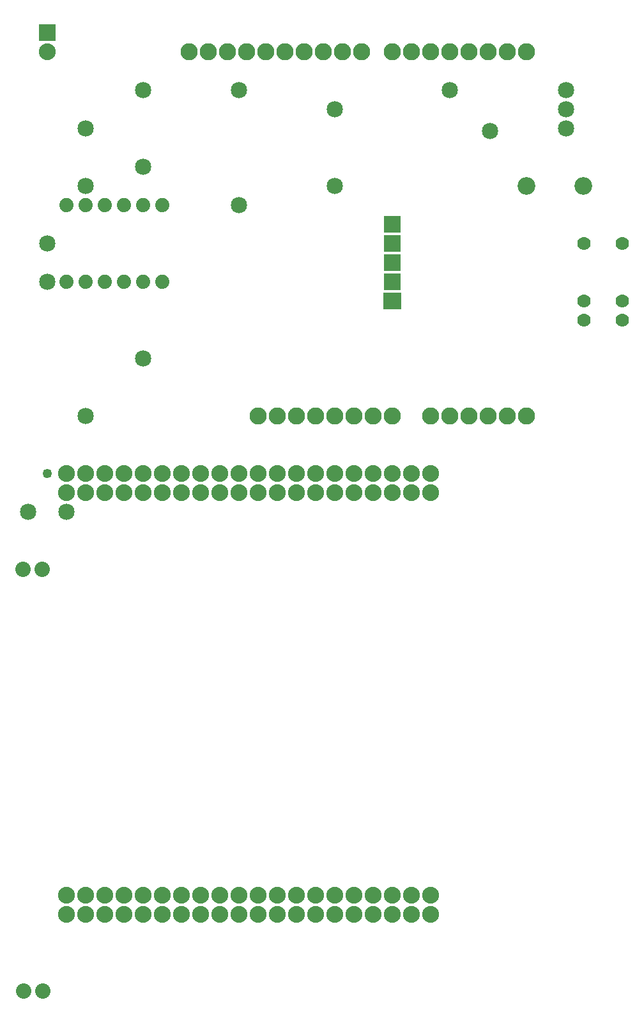
<source format=gts>
G04 MADE WITH FRITZING*
G04 WWW.FRITZING.ORG*
G04 DOUBLE SIDED*
G04 HOLES PLATED*
G04 CONTOUR ON CENTER OF CONTOUR VECTOR*
%ASAXBY*%
%FSLAX23Y23*%
%MOIN*%
%OFA0B0*%
%SFA1.0B1.0*%
%ADD10C,0.085000*%
%ADD11C,0.049370*%
%ADD12C,0.080000*%
%ADD13C,0.088000*%
%ADD14C,0.089370*%
%ADD15C,0.092000*%
%ADD16C,0.084000*%
%ADD17C,0.070000*%
%ADD18C,0.074000*%
%ADD19R,0.088000X0.088000*%
%ADD20R,0.083028X0.081501*%
%ADD21R,0.081756X0.084809*%
%ADD22R,0.083028X0.079550*%
%ADD23R,0.081501X0.081077*%
%ADD24R,0.081756X0.081756*%
%ADD25R,0.010028X0.010028*%
%ADD26R,0.092469X0.089707*%
%ADD27R,0.090184X0.090286*%
%ADD28R,0.088917X0.088056*%
%ADD29R,0.090000X0.090000*%
%ADD30R,0.090184X0.090012*%
%ADD31C,0.030000*%
%LNMASK1*%
G90*
G70*
G54D10*
X212Y5492D03*
X212Y5292D03*
X712Y4892D03*
X412Y4592D03*
X412Y6092D03*
X412Y5792D03*
X2312Y6292D03*
X2524Y6080D03*
X1212Y6292D03*
X1212Y5692D03*
X1712Y6192D03*
X1712Y5792D03*
X712Y6292D03*
X712Y5892D03*
X112Y4092D03*
X312Y4092D03*
G54D11*
X212Y4292D03*
G54D12*
X86Y3793D03*
X186Y3793D03*
X86Y3793D03*
X186Y3793D03*
G54D13*
X2212Y1992D03*
X2112Y1992D03*
X2012Y1992D03*
X1912Y1992D03*
X1812Y1992D03*
X1712Y1992D03*
X1612Y1992D03*
X1512Y1992D03*
X1412Y1992D03*
X1312Y1992D03*
X1212Y1992D03*
X1112Y1992D03*
X1012Y1992D03*
X912Y1992D03*
X812Y1992D03*
X712Y1992D03*
X612Y1992D03*
X512Y1992D03*
X412Y1992D03*
X312Y1992D03*
X2212Y1992D03*
X2112Y1992D03*
X2012Y1992D03*
X1912Y1992D03*
X1812Y1992D03*
X1712Y1992D03*
X1612Y1992D03*
X1512Y1992D03*
X1412Y1992D03*
X1312Y1992D03*
X1212Y1992D03*
X1112Y1992D03*
X1012Y1992D03*
X912Y1992D03*
X812Y1992D03*
X712Y1992D03*
X612Y1992D03*
X512Y1992D03*
X412Y1992D03*
X312Y1992D03*
X312Y2092D03*
X412Y2092D03*
X512Y2092D03*
X612Y2092D03*
X712Y2092D03*
X812Y2092D03*
X912Y2092D03*
X1012Y2092D03*
X1112Y2092D03*
X1212Y2092D03*
X1312Y2092D03*
X1412Y2092D03*
X1512Y2092D03*
X1612Y2092D03*
X1712Y2092D03*
X1812Y2092D03*
X1912Y2092D03*
X2012Y2092D03*
X2112Y2092D03*
X2212Y2092D03*
X2212Y1992D03*
X2112Y1992D03*
X2012Y1992D03*
X1912Y1992D03*
X1812Y1992D03*
X1712Y1992D03*
X1612Y1992D03*
X1512Y1992D03*
X1412Y1992D03*
X1312Y1992D03*
X1212Y1992D03*
X1112Y1992D03*
X1012Y1992D03*
X912Y1992D03*
X812Y1992D03*
X712Y1992D03*
X612Y1992D03*
X512Y1992D03*
X412Y1992D03*
X312Y1992D03*
X2212Y1992D03*
X2112Y1992D03*
X2012Y1992D03*
X1912Y1992D03*
X1812Y1992D03*
X1712Y1992D03*
X1612Y1992D03*
X1512Y1992D03*
X1412Y1992D03*
X1312Y1992D03*
X1212Y1992D03*
X1112Y1992D03*
X1012Y1992D03*
X912Y1992D03*
X812Y1992D03*
X712Y1992D03*
X612Y1992D03*
X512Y1992D03*
X412Y1992D03*
X312Y1992D03*
X312Y2092D03*
X412Y2092D03*
X512Y2092D03*
X612Y2092D03*
X712Y2092D03*
X812Y2092D03*
X912Y2092D03*
X1012Y2092D03*
X1112Y2092D03*
X1212Y2092D03*
X1312Y2092D03*
X1412Y2092D03*
X1512Y2092D03*
X1612Y2092D03*
X1712Y2092D03*
X1812Y2092D03*
X1912Y2092D03*
X2012Y2092D03*
X2112Y2092D03*
X2212Y2092D03*
G54D12*
X88Y1594D03*
X188Y1594D03*
X88Y1594D03*
X188Y1594D03*
G54D14*
X1312Y4592D03*
X1412Y4592D03*
X1512Y4592D03*
X1612Y4592D03*
X1712Y4592D03*
X1812Y4592D03*
X1912Y4592D03*
X2012Y4592D03*
X1312Y4592D03*
X1412Y4592D03*
X1512Y4592D03*
X1612Y4592D03*
X1712Y4592D03*
X1812Y4592D03*
X1912Y4592D03*
X2012Y4592D03*
X2012Y6492D03*
X2112Y6492D03*
X2212Y6492D03*
X2312Y6492D03*
X2412Y6492D03*
X2512Y6492D03*
X2612Y6492D03*
X2712Y6492D03*
X2012Y6492D03*
X2112Y6492D03*
X2212Y6492D03*
X2312Y6492D03*
X2412Y6492D03*
X2512Y6492D03*
X2612Y6492D03*
X2712Y6492D03*
G54D13*
X2212Y4192D03*
X2112Y4192D03*
X2012Y4192D03*
X1912Y4192D03*
X1812Y4192D03*
X1712Y4192D03*
X1612Y4192D03*
X1512Y4192D03*
X1412Y4192D03*
X1312Y4192D03*
X1212Y4192D03*
X1112Y4192D03*
X1012Y4192D03*
X912Y4192D03*
X812Y4192D03*
X712Y4192D03*
X612Y4192D03*
X512Y4192D03*
X412Y4192D03*
X312Y4192D03*
X2212Y4192D03*
X2112Y4192D03*
X2012Y4192D03*
X1912Y4192D03*
X1812Y4192D03*
X1712Y4192D03*
X1612Y4192D03*
X1512Y4192D03*
X1412Y4192D03*
X1312Y4192D03*
X1212Y4192D03*
X1112Y4192D03*
X1012Y4192D03*
X912Y4192D03*
X812Y4192D03*
X712Y4192D03*
X612Y4192D03*
X512Y4192D03*
X412Y4192D03*
X312Y4192D03*
X312Y4292D03*
X412Y4292D03*
X512Y4292D03*
X612Y4292D03*
X712Y4292D03*
X812Y4292D03*
X912Y4292D03*
X1012Y4292D03*
X1112Y4292D03*
X1212Y4292D03*
X1312Y4292D03*
X1412Y4292D03*
X1512Y4292D03*
X1612Y4292D03*
X1712Y4292D03*
X1812Y4292D03*
X1912Y4292D03*
X2012Y4292D03*
X2112Y4292D03*
X2212Y4292D03*
X2212Y4192D03*
X2112Y4192D03*
X2012Y4192D03*
X1912Y4192D03*
X1812Y4192D03*
X1712Y4192D03*
X1612Y4192D03*
X1512Y4192D03*
X1412Y4192D03*
X1312Y4192D03*
X1212Y4192D03*
X1112Y4192D03*
X1012Y4192D03*
X912Y4192D03*
X812Y4192D03*
X712Y4192D03*
X612Y4192D03*
X512Y4192D03*
X412Y4192D03*
X312Y4192D03*
X2212Y4192D03*
X2112Y4192D03*
X2012Y4192D03*
X1912Y4192D03*
X1812Y4192D03*
X1712Y4192D03*
X1612Y4192D03*
X1512Y4192D03*
X1412Y4192D03*
X1312Y4192D03*
X1212Y4192D03*
X1112Y4192D03*
X1012Y4192D03*
X912Y4192D03*
X812Y4192D03*
X712Y4192D03*
X612Y4192D03*
X512Y4192D03*
X412Y4192D03*
X312Y4192D03*
X312Y4292D03*
X412Y4292D03*
X512Y4292D03*
X612Y4292D03*
X712Y4292D03*
X812Y4292D03*
X912Y4292D03*
X1012Y4292D03*
X1112Y4292D03*
X1212Y4292D03*
X1312Y4292D03*
X1412Y4292D03*
X1512Y4292D03*
X1612Y4292D03*
X1712Y4292D03*
X1812Y4292D03*
X1912Y4292D03*
X2012Y4292D03*
X2112Y4292D03*
X2212Y4292D03*
G54D14*
X2212Y4592D03*
X2312Y4592D03*
X2412Y4592D03*
X2512Y4592D03*
X2612Y4592D03*
X2712Y4592D03*
X2212Y4592D03*
X2312Y4592D03*
X2412Y4592D03*
X2512Y4592D03*
X2612Y4592D03*
X2712Y4592D03*
X954Y6492D03*
X1054Y6492D03*
X1154Y6492D03*
X1254Y6492D03*
X1354Y6492D03*
X1454Y6492D03*
X1554Y6492D03*
X1654Y6492D03*
X1754Y6492D03*
X1854Y6492D03*
X954Y6492D03*
X1054Y6492D03*
X1154Y6492D03*
X1254Y6492D03*
X1354Y6492D03*
X1454Y6492D03*
X1554Y6492D03*
X1654Y6492D03*
X1754Y6492D03*
X1854Y6492D03*
G54D13*
X212Y6592D03*
X212Y6492D03*
X212Y6592D03*
X212Y6492D03*
G54D10*
X2919Y6092D03*
X2919Y6192D03*
X2919Y6292D03*
X2919Y6092D03*
X2919Y6192D03*
X2919Y6292D03*
G54D15*
X2712Y5792D03*
X3010Y5792D03*
X2712Y5792D03*
X3010Y5792D03*
G54D16*
X2013Y5592D03*
X2013Y5492D03*
X2013Y5392D03*
X2013Y5292D03*
X2013Y5192D03*
X2013Y5592D03*
X2013Y5492D03*
X2013Y5392D03*
X2013Y5292D03*
X2013Y5192D03*
G54D17*
X3212Y5492D03*
X3212Y5192D03*
X3212Y5092D03*
X3012Y5092D03*
X3012Y5492D03*
X3012Y5192D03*
X3212Y5492D03*
X3212Y5192D03*
X3212Y5092D03*
X3012Y5092D03*
X3012Y5492D03*
X3012Y5192D03*
X3212Y5492D03*
X3212Y5192D03*
X3212Y5092D03*
X3012Y5092D03*
X3012Y5492D03*
X3012Y5192D03*
G54D18*
X412Y5292D03*
X512Y5292D03*
X612Y5292D03*
X712Y5292D03*
X812Y5292D03*
X812Y5692D03*
X712Y5692D03*
X612Y5692D03*
X512Y5692D03*
X412Y5692D03*
X312Y5692D03*
X312Y5292D03*
X412Y5292D03*
X512Y5292D03*
X612Y5292D03*
X712Y5292D03*
X812Y5292D03*
X812Y5692D03*
X712Y5692D03*
X612Y5692D03*
X512Y5692D03*
X412Y5692D03*
X312Y5692D03*
X312Y5292D03*
G54D19*
X212Y6592D03*
X212Y6592D03*
G54D20*
X2012Y5193D03*
G54D21*
X2013Y5291D03*
G54D22*
X2013Y5392D03*
G54D23*
X2013Y5593D03*
G54D24*
X2013Y5492D03*
G54D25*
X2013Y5592D03*
X2013Y5492D03*
G54D23*
X2013Y5492D03*
G54D24*
X2013Y5592D03*
G54D25*
X2013Y5592D03*
X2013Y5492D03*
G54D23*
X2013Y5492D03*
G54D24*
X2013Y5592D03*
G54D25*
X2013Y5592D03*
X2013Y5492D03*
G54D23*
X2013Y5492D03*
G54D24*
X2013Y5592D03*
G54D26*
X2012Y5192D03*
G54D27*
X2012Y5292D03*
G54D28*
X2013Y5392D03*
G54D29*
X2012Y5492D03*
G54D30*
X2012Y5592D03*
G54D20*
X2012Y5193D03*
G54D21*
X2013Y5291D03*
G54D22*
X2013Y5392D03*
G54D23*
X2013Y5593D03*
G54D24*
X2013Y5492D03*
G54D25*
X2013Y5592D03*
X2013Y5492D03*
G54D23*
X2013Y5492D03*
G54D24*
X2013Y5592D03*
G54D25*
X2013Y5592D03*
X2013Y5492D03*
G54D23*
X2013Y5492D03*
G54D24*
X2013Y5592D03*
G54D25*
X2013Y5592D03*
X2013Y5492D03*
G54D23*
X2013Y5492D03*
G54D24*
X2013Y5592D03*
G54D26*
X2012Y5192D03*
G54D27*
X2012Y5292D03*
G54D28*
X2013Y5392D03*
G54D29*
X2012Y5492D03*
G54D30*
X2012Y5592D03*
G54D20*
X2012Y5193D03*
G54D21*
X2013Y5291D03*
G54D22*
X2013Y5392D03*
G54D23*
X2013Y5593D03*
G54D24*
X2013Y5492D03*
G54D25*
X2013Y5592D03*
X2013Y5492D03*
G54D23*
X2013Y5492D03*
G54D24*
X2013Y5592D03*
G54D25*
X2013Y5592D03*
X2013Y5492D03*
G54D23*
X2013Y5492D03*
G54D24*
X2013Y5592D03*
G54D25*
X2013Y5592D03*
X2013Y5492D03*
G54D23*
X2013Y5492D03*
G54D24*
X2013Y5592D03*
G54D26*
X2012Y5192D03*
G54D27*
X2012Y5292D03*
G54D28*
X2013Y5392D03*
G54D29*
X2012Y5492D03*
G54D30*
X2012Y5592D03*
G54D31*
G36*
X2680Y5761D02*
X2680Y5823D01*
X2742Y5823D01*
X2742Y5761D01*
X2680Y5761D01*
G37*
D02*
G36*
X2680Y5761D02*
X2680Y5823D01*
X2742Y5823D01*
X2742Y5761D01*
X2680Y5761D01*
G37*
D02*
G04 End of Mask1*
M02*
</source>
